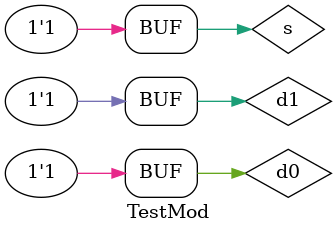
<source format=v>

module MuxMod(s, d0, d1, o);
   input s, d0, d1;
   output o;

   wire s_inv, and0, and1; // additional needed wires

   not(s_inv, s);          // "not" is built-in gate
   and(and0, d0, s_inv);   // "and" is built-in gate
   and(and1, d1, s);       // "and" is built-in gate
   or(o, and0, and1);      // "or" is built-in gate
endmodule

module TestMod;
   reg s, d0, d1;
   wire o;

   MuxMod my_mux(s, d0, d1, o);

   initial begin
      $display("Time\ts\td0\td1\to");
      $display("---------------------------------");
      $monitor("%0d\t%b\t%b\t%b\t%b", $time, s, d0, d1, o);
   end

   initial begin
      s = 0; d0 = 0; d1 = 0;   // initially 000
      #1;                      // wait 1 cycle
      s = 0; d0 = 0; d1 = 1;   // change to 001
      #1;                      // wait 1 cycle
      s = 0; d0 = 1; d1 = 0;   // change to 010
      #1;                      // wait 1 cycle
      s = 0; d0 = 1; d1 = 1;   // change to 011
      #1;                      // wait 1 cycle
      s = 1; d0 = 0; d1 = 0;   // change to 100
      #1;                      // wait 1 cycle
      s = 1; d0 = 0; d1 = 1;   // change to 101
      #1;                      // wait 1 cycle
      s = 1; d0 = 1; d1 = 0;   // change to 110
      #1;                      // wait 1 cycle
      s = 1; d0 = 1; d1 = 1;   // change to 111
   end
endmodule

</source>
